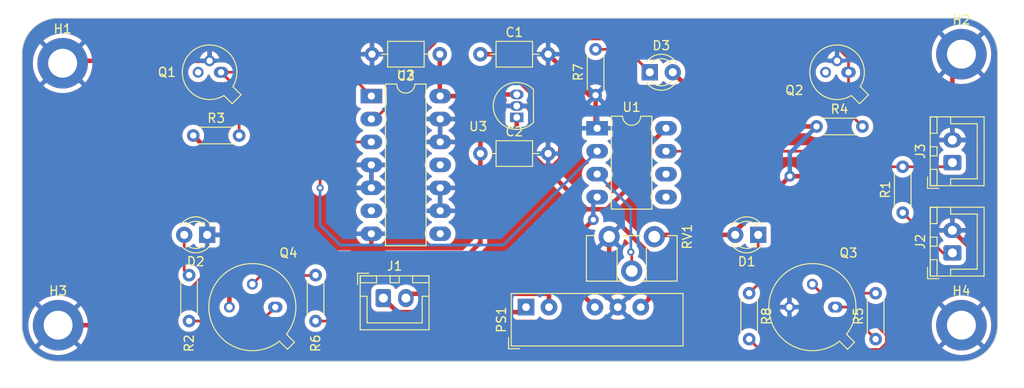
<source format=kicad_pcb>
(kicad_pcb (version 20221018) (generator pcbnew)
  (layers (0 "F.Cu" signal) (31 "B.Cu" signal) (34 "B.Paste" user) (35 "F.Paste" user) (36 "B.SilkS" user "B.Silkscreen") (37 "F.SilkS" user "F.Silkscreen") (38 "B.Mask" user) (39 "F.Mask" user) (44 "Edge.Cuts" user))
  (net 0 "")
  (net 1 "+15V")
  (net 2 "GND")
  (net 3 "+5V")
  (net 4 "Net-(D1-K)")
  (net 5 "Net-(D3-K)")
  (net 6 "+12V")
  (net 7 "GNDPWR")
  (net 8 "+3.3V")
  (net 9 "Alarme_out")
  (net 10 "-15V")
  (net 11 "C_Q1")
  (net 12 "C_Q2")
  (net 13 "Net-(Q3-C)")
  (net 14 "Net-(Q3-B)")
  (net 15 "Net-(Q4-B)")
  (net 16 "74LS32")
  (net 17 "Net-(U1--)")
  (net 18 "74LS32_Out")
  (net 24 "Net-(D2-A)")
  (net 25 "Net-(Q4-C)")
  (footprint "Potentiometer_THT:Potentiometer_ACP_CA9-H3,8_Horizontal" (layer "F.Cu") (at 151.5 98.2 -90)
    (fp_text reference "RV1" (at 0 -3.65 90) (layer "F.SilkS"))
    (fp_text value "100K")
    (fp_line (start -0.121 -2.521) (end -0.121 -1.426) (stroke (width 0.12)) (layer "F.SilkS"))
    (fp_line (start -0.121 -2.521) (end 4.92 -2.521) (stroke (width 0.12)) (layer "F.SilkS"))
    (fp_line (start -0.121 1.426) (end -0.121 3.575) (stroke (width 0.12)) (layer "F.SilkS"))
    (fp_line (start -0.121 1.426) (end -0.121 3.575) (stroke (width 0.12)) (layer "F.SilkS"))
    (fp_line (start -0.121 6.425) (end -0.121 7.52) (stroke (width 0.12)) (layer "F.SilkS"))
    (fp_line (start -0.121 7.52) (end 4.92 7.52) (stroke (width 0.12)) (layer "F.SilkS"))
    (fp_line (start 1.237 0.88) (end 4.92 0.88) (stroke (width 0.12)) (layer "F.SilkS"))
    (fp_line (start 1.237 4.12) (end 4.92 4.12) (stroke (width 0.12)) (layer "F.SilkS"))
    (fp_line (start 4.92 -2.521) (end 4.92 1.428) (stroke (width 0.12)) (layer "F.SilkS"))
    (fp_line (start 4.92 0.88) (end 4.92 1.428) (stroke (width 0.12)) (layer "F.SilkS"))
    (fp_line (start 4.92 3.573) (end 4.92 4.12) (stroke (width 0.12)) (layer "F.SilkS"))
    (fp_line (start 4.92 3.573) (end 4.92 7.52) (stroke (width 0.12)) (layer "F.SilkS"))
    (pad "1" thru_hole circle (at 0 0 270) (size 2.34 2.34) (drill 1.3) (layers "*.Cu" "*.Mask") (net 3 "+5V"))
    (pad "2" thru_hole circle (at 3.8 2.5 270) (size 2.34 2.34) (drill 1.3) (layers "*.Cu" "*.Mask") (net 17 "Net-(U1--)"))
    (pad "3" thru_hole circle (at 0 5 270) (size 2.34 2.34) (drill 1.3) (layers "*.Cu" "*.Mask") (net 2 "GND"))
  )
  (footprint "Package_DIP:DIP-8_W7.62mm_LongPads" (layer "F.Cu") (at 145.175 86.2)
    (fp_text reference "U1" (at 3.81 -2.33) (layer "F.SilkS"))
    (fp_text value "LM311")
    (fp_line (start 1.56 -1.33) (end 1.56 8.95) (stroke (width 0.12)) (layer "F.SilkS"))
    (fp_line (start 1.56 8.95) (end 6.06 8.95) (stroke (width 0.12)) (layer "F.SilkS"))
    (fp_line (start 2.81 -1.33) (end 1.56 -1.33) (stroke (width 0.12)) (layer "F.SilkS"))
    (fp_line (start 6.06 -1.33) (end 4.81 -1.33) (stroke (width 0.12)) (layer "F.SilkS"))
    (fp_line (start 6.06 8.95) (end 6.06 -1.33) (stroke (width 0.12)) (layer "F.SilkS"))
    (fp_arc (start 4.81 -1.33) (mid 3.81 -0.33) (end 2.81 -1.33) (stroke (width 0.12)) (layer "F.SilkS"))
    (pad "1" thru_hole rect (at 0 0) (size 2.4 1.6) (drill 0.8) (layers "*.Cu" "*.Mask") (net 2 "GND"))
    (pad "2" thru_hole oval (at 0 2.54) (size 2.4 1.6) (drill 0.8) (layers "*.Cu" "*.Mask") (net 18 "74LS32_Out"))
    (pad "3" thru_hole oval (at 0 5.08) (size 2.4 1.6) (drill 0.8) (layers "*.Cu" "*.Mask") (net 17 "Net-(U1--)"))
    (pad "4" thru_hole oval (at 0 7.62) (size 2.4 1.6) (drill 0.8) (layers "*.Cu" "*.Mask") (net 10 "-15V"))
    (pad "5" thru_hole oval (at 7.62 7.62) (size 2.4 1.6) (drill 0.8) (layers "*.Cu" "*.Mask"))
    (pad "6" thru_hole oval (at 7.62 5.08) (size 2.4 1.6) (drill 0.8) (layers "*.Cu" "*.Mask"))
    (pad "7" thru_hole oval (at 7.62 2.54) (size 2.4 1.6) (drill 0.8) (layers "*.Cu" "*.Mask") (net 9 "Alarme_out"))
    (pad "8" thru_hole oval (at 7.62 0) (size 2.4 1.6) (drill 0.8) (layers "*.Cu" "*.Mask") (net 1 "+15V"))
  )
  (footprint "Package_TO_SOT_THT:TO-18-3_Lens" (layer "F.Cu") (at 103.54 80 180)
    (fp_text reference "Q1" (at 6 0) (layer "F.SilkS"))
    (fp_text value "Q_Photo_NPN")
    (fp_line (start -2.214448 -2.494499) (end -1.302281 -1.582331) (stroke (width 0.12)) (layer "F.SilkS"))
    (fp_line (start -1.224499 -3.484448) (end -2.214448 -2.494499) (stroke (width 0.12)) (layer "F.SilkS"))
    (fp_line (start -0.312331 -2.572281) (end -1.224499 -3.484448) (stroke (width 0.12)) (layer "F.SilkS"))
    (fp_arc (start -0.312331 -2.572281) (mid 3.405374 2.135551) (end -1.30215 -1.582544) (stroke (width 0.12)) (layer "F.SilkS"))
    (pad "1" thru_hole oval (at 0 0 180) (size 1.6 1.2) (drill 0.7) (layers "*.Cu" "*.Mask") (net 11 "C_Q1"))
    (pad "2" thru_hole oval (at 1.27 1.27 180) (size 1.2 1.2) (drill 0.7) (layers "*.Cu" "*.Mask") (net 2 "GND"))
    (pad "3" thru_hole oval (at 2.54 0 180) (size 1.2 1.2) (drill 0.7) (layers "*.Cu" "*.Mask"))
  )
  (footprint "Connector_JST:JST_XH_B2B-XH-A_1x02_P2.50mm_Vertical" (layer "F.Cu") (at 184.5 90 90)
    (fp_text reference "J3" (at 1.25 -3.55 90) (layer "F.SilkS"))
    (fp_text value "Conn_01x02")
    (fp_line (start -2.85 -2.75) (end -2.85 -1.5) (stroke (width 0.12)) (layer "F.SilkS"))
    (fp_line (start -2.56 -2.46) (end -2.56 3.51) (stroke (width 0.12)) (layer "F.SilkS"))
    (fp_line (start -2.56 3.51) (end 5.06 3.51) (stroke (width 0.12)) (layer "F.SilkS"))
    (fp_line (start -2.55 -2.45) (end -2.55 -1.7) (stroke (width 0.12)) (layer "F.SilkS"))
    (fp_line (start -2.55 -1.7) (end -0.75 -1.7) (stroke (width 0.12)) (layer "F.SilkS"))
    (fp_line (start -2.55 -0.2) (end -1.8 -0.2) (stroke (width 0.12)) (layer "F.SilkS"))
    (fp_line (start -1.8 -0.2) (end -1.8 2.75) (stroke (width 0.12)) (layer "F.SilkS"))
    (fp_line (start -1.8 2.75) (end 1.25 2.75) (stroke (width 0.12)) (layer "F.SilkS"))
    (fp_line (start -1.6 -2.75) (end -2.85 -2.75) (stroke (width 0.12)) (layer "F.SilkS"))
    (fp_line (start -0.75 -2.45) (end -2.55 -2.45) (stroke (width 0.12)) (layer "F.SilkS"))
    (fp_line (start -0.75 -1.7) (end -0.75 -2.45) (stroke (width 0.12)) (layer "F.SilkS"))
    (fp_line (start 0.75 -2.45) (end 0.75 -1.7) (stroke (width 0.12)) (layer "F.SilkS"))
    (fp_line (start 0.75 -1.7) (end 1.75 -1.7) (stroke (width 0.12)) (layer "F.SilkS"))
    (fp_line (start 1.75 -2.45) (end 0.75 -2.45) (stroke (width 0.12)) (layer "F.SilkS"))
    (fp_line (start 1.75 -1.7) (end 1.75 -2.45) (stroke (width 0.12)) (layer "F.SilkS"))
    (fp_line (start 3.25 -2.45) (end 3.25 -1.7) (stroke (width 0.12)) (layer "F.SilkS"))
    (fp_line (start 3.25 -1.7) (end 5.05 -1.7) (stroke (width 0.12)) (layer "F.SilkS"))
    (fp_line (start 4.3 -0.2) (end 4.3 2.75) (stroke (width 0.12)) (layer "F.SilkS"))
    (fp_line (start 4.3 2.75) (end 1.25 2.75) (stroke (width 0.12)) (layer "F.SilkS"))
    (fp_line (start 5.05 -2.45) (end 3.25 -2.45) (stroke (width 0.12)) (layer "F.SilkS"))
    (fp_line (start 5.05 -1.7) (end 5.05 -2.45) (stroke (width 0.12)) (layer "F.SilkS"))
    (fp_line (start 5.05 -0.2) (end 4.3 -0.2) (stroke (width 0.12)) (layer "F.SilkS"))
    (fp_line (start 5.06 -2.46) (end -2.56 -2.46) (stroke (width 0.12)) (layer "F.SilkS"))
    (fp_line (start 5.06 3.51) (end 5.06 -2.46) (stroke (width 0.12)) (layer "F.SilkS"))
    (pad "1" thru_hole roundrect (at 0 0 90) (size 1.7 2) (drill 1) (layers "*.Cu" "*.Mask") (roundrect_rratio 0.147059) (net 9 "Alarme_out"))
    (pad "2" thru_hole oval (at 2.5 0 90) (size 1.7 2) (drill 1) (layers "*.Cu" "*.Mask") (net 2 "GND"))
  )
  (footprint "Resistor_THT:R_Axial_DIN0204_L3.6mm_D1.6mm_P5.08mm_Horizontal" (layer "F.Cu") (at 100.46 87)
    (fp_text reference "R3" (at 2.54 -1.92) (layer "F.SilkS"))
    (fp_text value "1k")
    (fp_line (start 0.62 -0.92) (end 4.46 -0.92) (stroke (width 0.12)) (layer "F.SilkS"))
    (fp_line (start 0.62 0.92) (end 4.46 0.92) (stroke (width 0.12)) (layer "F.SilkS"))
    (pad "1" thru_hole circle (at 0 0) (size 1.4 1.4) (drill 0.7) (layers "*.Cu" "*.Mask") (net 3 "+5V"))
    (pad "2" thru_hole oval (at 5.08 0) (size 1.4 1.4) (drill 0.7) (layers "*.Cu" "*.Mask") (net 11 "C_Q1"))
  )
  (footprint "Resistor_THT:R_Axial_DIN0204_L3.6mm_D1.6mm_P5.08mm_Horizontal" (layer "F.Cu") (at 162 104.46 -90)
    (fp_text reference "R8" (at 2.54 -1.92 90) (layer "F.SilkS"))
    (fp_text value "220")
    (fp_line (start 0.62 -0.92) (end 4.46 -0.92) (stroke (width 0.12)) (layer "F.SilkS"))
    (fp_line (start 0.62 0.92) (end 4.46 0.92) (stroke (width 0.12)) (layer "F.SilkS"))
    (pad "1" thru_hole circle (at 0 0 270) (size 1.4 1.4) (drill 0.7) (layers "*.Cu" "*.Mask") (net 4 "Net-(D1-K)"))
    (pad "2" thru_hole oval (at 5.08 0 270) (size 1.4 1.4) (drill 0.7) (layers "*.Cu" "*.Mask") (net 13 "Net-(Q3-C)"))
  )
  (footprint "LED_THT:LED_D3.0mm" (layer "F.Cu") (at 151 80)
    (fp_text reference "D3" (at 1.27 -2.96) (layer "F.SilkS"))
    (fp_text value "RED_LED")
    (fp_line (start -0.29 -1.236) (end -0.29 -1.08) (stroke (width 0.12)) (layer "F.SilkS"))
    (fp_line (start -0.29 1.08) (end -0.29 1.236) (stroke (width 0.12)) (layer "F.SilkS"))
    (fp_arc (start -0.29 -1.235516) (mid 1.366487 -1.987659) (end 2.942335 -1.078608) (stroke (width 0.12)) (layer "F.SilkS"))
    (fp_arc (start 0.229039 -1.08) (mid 1.270117 -1.5) (end 2.31113 -1.079837) (stroke (width 0.12)) (layer "F.SilkS"))
    (fp_arc (start 2.31113 1.079837) (mid 1.270117 1.5) (end 0.229039 1.08) (stroke (width 0.12)) (layer "F.SilkS"))
    (fp_arc (start 2.942335 1.078608) (mid 1.366487 1.987659) (end -0.29 1.235516) (stroke (width 0.12)) (layer "F.SilkS"))
    (pad "1" thru_hole rect (at 0 0) (size 1.8 1.8) (drill 0.9) (layers "*.Cu" "*.Mask") (net 5 "Net-(D3-K)"))
    (pad "2" thru_hole circle (at 2.54 0) (size 1.8 1.8) (drill 0.9) (layers "*.Cu" "*.Mask") (net 3 "+5V"))
  )
  (footprint "LED_THT:LED_D3.0mm" (layer "F.Cu") (at 102 98 180)
    (fp_text reference "D2" (at 1.27 -2.96) (layer "F.SilkS"))
    (fp_text value "GREEN_LED")
    (fp_line (start -0.29 -1.236) (end -0.29 -1.08) (stroke (width 0.12)) (layer "F.SilkS"))
    (fp_line (start -0.29 1.08) (end -0.29 1.236) (stroke (width 0.12)) (layer "F.SilkS"))
    (fp_arc (start -0.29 -1.235516) (mid 1.366487 -1.987659) (end 2.942335 -1.078608) (stroke (width 0.12)) (layer "F.SilkS"))
    (fp_arc (start 0.229039 -1.08) (mid 1.270117 -1.5) (end 2.31113 -1.079837) (stroke (width 0.12)) (layer "F.SilkS"))
    (fp_arc (start 2.31113 1.079837) (mid 1.270117 1.5) (end 0.229039 1.08) (stroke (width 0.12)) (layer "F.SilkS"))
    (fp_arc (start 2.942335 1.078608) (mid 1.366487 1.987659) (end -0.29 1.235516) (stroke (width 0.12)) (layer "F.SilkS"))
    (pad "1" thru_hole rect (at 0 0 180) (size 1.8 1.8) (drill 0.9) (layers "*.Cu" "*.Mask") (net 2 "GND"))
    (pad "2" thru_hole circle (at 2.54 0 180) (size 1.8 1.8) (drill 0.9) (layers "*.Cu" "*.Mask") (net 24 "Net-(D2-A)"))
  )
  (footprint "Package_TO_SOT_THT:TO-18-3_Lens" (layer "F.Cu") (at 173 80 180)
    (fp_text reference "Q2" (at 6 -2) (layer "F.SilkS"))
    (fp_text value "Q_Photo_NPN")
    (fp_line (start -2.214448 -2.494499) (end -1.302281 -1.582331) (stroke (width 0.12)) (layer "F.SilkS"))
    (fp_line (start -1.224499 -3.484448) (end -2.214448 -2.494499) (stroke (width 0.12)) (layer "F.SilkS"))
    (fp_line (start -0.312331 -2.572281) (end -1.224499 -3.484448) (stroke (width 0.12)) (layer "F.SilkS"))
    (fp_arc (start -0.312331 -2.572281) (mid 3.405374 2.135551) (end -1.30215 -1.582544) (stroke (width 0.12)) (layer "F.SilkS"))
    (pad "1" thru_hole oval (at 0 0 180) (size 1.6 1.2) (drill 0.7) (layers "*.Cu" "*.Mask") (net 12 "C_Q2"))
    (pad "2" thru_hole oval (at 1.27 1.27 180) (size 1.2 1.2) (drill 0.7) (layers "*.Cu" "*.Mask") (net 2 "GND"))
    (pad "3" thru_hole oval (at 2.54 0 180) (size 1.2 1.2) (drill 0.7) (layers "*.Cu" "*.Mask"))
  )
  (footprint "Resistor_THT:R_Axial_DIN0204_L3.6mm_D1.6mm_P5.08mm_Horizontal" (layer "F.Cu") (at 169.46 86)
    (fp_text reference "R4" (at 2.54 -1.92) (layer "F.SilkS"))
    (fp_text value "1k")
    (fp_line (start 0.62 -0.92) (end 4.46 -0.92) (stroke (width 0.12)) (layer "F.SilkS"))
    (fp_line (start 0.62 0.92) (end 4.46 0.92) (stroke (width 0.12)) (layer "F.SilkS"))
    (pad "1" thru_hole circle (at 0 0) (size 1.4 1.4) (drill 0.7) (layers "*.Cu" "*.Mask") (net 3 "+5V"))
    (pad "2" thru_hole oval (at 5.08 0) (size 1.4 1.4) (drill 0.7) (layers "*.Cu" "*.Mask") (net 12 "C_Q2"))
  )
  (footprint "Capacitor_THT:C_Axial_L3.8mm_D2.6mm_P7.50mm_Horizontal" (layer "F.Cu") (at 127.75 78 180)
    (fp_text reference "C3" (at 3.75 -2.42) (layer "F.SilkS"))
    (fp_text value "10nF")
    (fp_line (start 1.04 0) (end 1.73 0) (stroke (width 0.12)) (layer "F.SilkS"))
    (fp_line (start 1.73 -1.42) (end 1.73 1.42) (stroke (width 0.12)) (layer "F.SilkS"))
    (fp_line (start 1.73 1.42) (end 5.77 1.42) (stroke (width 0.12)) (layer "F.SilkS"))
    (fp_line (start 5.77 -1.42) (end 1.73 -1.42) (stroke (width 0.12)) (layer "F.SilkS"))
    (fp_line (start 5.77 1.42) (end 5.77 -1.42) (stroke (width 0.12)) (layer "F.SilkS"))
    (fp_line (start 6.46 0) (end 5.77 0) (stroke (width 0.12)) (layer "F.SilkS"))
    (pad "1" thru_hole circle (at 0 0 180) (size 1.6 1.6) (drill 0.8) (layers "*.Cu" "*.Mask") (net 3 "+5V"))
    (pad "2" thru_hole oval (at 7.5 0 180) (size 1.6 1.6) (drill 0.8) (layers "*.Cu" "*.Mask") (net 2 "GND"))
  )
  (footprint "MountingHole:MountingHole_3.2mm_M3_DIN965_Pad" (layer "F.Cu") (at 86 79)
    (fp_text reference "H1" (at 0 -3.8) (layer "F.SilkS"))
    (fp_text value "MountingHole_Pad")
    (pad "1" thru_hole circle (at 0 0) (size 5.6 5.6) (drill 3.2) (layers "*.Cu" "*.Mask") (net 2 "GND"))
  )
  (footprint "Resistor_THT:R_Axial_DIN0204_L3.6mm_D1.6mm_P5.08mm_Horizontal" (layer "F.Cu") (at 100 107.54 90)
    (fp_text reference "R2" (at -2.46 0 90) (layer "F.SilkS"))
    (fp_text value "220")
    (fp_line (start 0.62 -0.92) (end 4.46 -0.92) (stroke (width 0.12)) (layer "F.SilkS"))
    (fp_line (start 0.62 0.92) (end 4.46 0.92) (stroke (width 0.12)) (layer "F.SilkS"))
    (pad "1" thru_hole circle (at 0 0 90) (size 1.4 1.4) (drill 0.7) (layers "*.Cu" "*.Mask") (net 25 "Net-(Q4-C)"))
    (pad "2" thru_hole oval (at 5.08 0 90) (size 1.4 1.4) (drill 0.7) (layers "*.Cu" "*.Mask") (net 24 "Net-(D2-A)"))
  )
  (footprint "Package_DIP:DIP-14_W7.62mm_LongPads" (layer "F.Cu") (at 120.175 82.635)
    (fp_text reference "U2" (at 3.81 -2.33) (layer "F.SilkS"))
    (fp_text value "74LS32" hide)
    (fp_line (start 1.56 -1.33) (end 1.56 16.57) (stroke (width 0.12)) (layer "F.SilkS"))
    (fp_line (start 1.56 16.57) (end 6.06 16.57) (stroke (width 0.12)) (layer "F.SilkS"))
    (fp_line (start 2.81 -1.33) (end 1.56 -1.33) (stroke (width 0.12)) (layer "F.SilkS"))
    (fp_line (start 6.06 -1.33) (end 4.81 -1.33) (stroke (width 0.12)) (layer "F.SilkS"))
    (fp_line (start 6.06 16.57) (end 6.06 -1.33) (stroke (width 0.12)) (layer "F.SilkS"))
    (fp_arc (start 4.81 -1.33) (mid 3.81 -0.33) (end 2.81 -1.33) (stroke (width 0.12)) (layer "F.SilkS"))
    (pad "1" thru_hole rect (at 0 0) (size 2.4 1.6) (drill 0.8) (layers "*.Cu" "*.Mask") (net 11 "C_Q1"))
    (pad "2" thru_hole oval (at 0 2.54) (size 2.4 1.6) (drill 0.8) (layers "*.Cu" "*.Mask") (net 12 "C_Q2"))
    (pad "3" thru_hole oval (at 0 5.08) (size 2.4 1.6) (drill 0.8) (layers "*.Cu" "*.Mask") (net 18 "74LS32_Out"))
    (pad "4" thru_hole oval (at 0 7.62) (size 2.4 1.6) (drill 0.8) (layers "*.Cu" "*.Mask") (net 2 "GND"))
    (pad "5" thru_hole oval (at 0 10.16) (size 2.4 1.6) (drill 0.8) (layers "*.Cu" "*.Mask") (net 2 "GND"))
    (pad "6" thru_hole oval (at 0 12.7) (size 2.4 1.6) (drill 0.8) (layers "*.Cu" "*.Mask"))
    (pad "7" thru_hole oval (at 0 15.24) (size 2.4 1.6) (drill 0.8) (layers "*.Cu" "*.Mask") (net 2 "GND"))
    (pad "8" thru_hole oval (at 7.62 15.24) (size 2.4 1.6) (drill 0.8) (layers "*.Cu" "*.Mask"))
    (pad "9" thru_hole oval (at 7.62 12.7) (size 2.4 1.6) (drill 0.8) (layers "*.Cu" "*.Mask") (net 2 "GND"))
    (pad "10" thru_hole oval (at 7.62 10.16) (size 2.4 1.6) (drill 0.8) (layers "*.Cu" "*.Mask") (net 2 "GND"))
    (pad "11" thru_hole oval (at 7.62 7.62) (size 2.4 1.6) (drill 0.8) (layers "*.Cu" "*.Mask"))
    (pad "12" thru_hole oval (at 7.62 5.08) (size 2.4 1.6) (drill 0.8) (layers "*.Cu" "*.Mask") (net 2 "GND"))
    (pad "13" thru_hole oval (at 7.62 2.54) (size 2.4 1.6) (drill 0.8) (layers "*.Cu" "*.Mask") (net 2 "GND"))
    (pad "14" thru_hole oval (at 7.62 0) (size 2.4 1.6) (drill 0.8) (layers "*.Cu" "*.Mask") (net 3 "+5V"))
  )
  (footprint "Capacitor_THT:C_Axial_L3.8mm_D2.6mm_P7.50mm_Horizontal" (layer "F.Cu") (at 132.25 89)
    (fp_text reference "C2" (at 3.75 -2.42) (layer "F.SilkS"))
    (fp_text value "0.1µF")
    (fp_line (start 1.04 0) (end 1.73 0) (stroke (width 0.12)) (layer "F.SilkS"))
    (fp_line (start 1.73 -1.42) (end 1.73 1.42) (stroke (width 0.12)) (layer "F.SilkS"))
    (fp_line (start 1.73 1.42) (end 5.77 1.42) (stroke (width 0.12)) (layer "F.SilkS"))
    (fp_line (start 5.77 -1.42) (end 1.73 -1.42) (stroke (width 0.12)) (layer "F.SilkS"))
    (fp_line (start 5.77 1.42) (end 5.77 -1.42) (stroke (width 0.12)) (layer "F.SilkS"))
    (fp_line (start 6.46 0) (end 5.77 0) (stroke (width 0.12)) (layer "F.SilkS"))
    (pad "1" thru_hole circle (at 0 0) (size 1.6 1.6) (drill 0.8) (layers "*.Cu" "*.Mask") (net 3 "+5V"))
    (pad "2" thru_hole oval (at 7.5 0) (size 1.6 1.6) (drill 0.8) (layers "*.Cu" "*.Mask") (net 2 "GND"))
  )
  (footprint "Connector_JST:JST_XH_B2B-XH-A_1x02_P2.50mm_Vertical" (layer "F.Cu") (at 184.5 100 90)
    (fp_text reference "J2" (at 1.25 -3.55 90) (layer "F.SilkS"))
    (fp_text value "Conn_01x02")
    (fp_line (start -2.85 -2.75) (end -2.85 -1.5) (stroke (width 0.12)) (layer "F.SilkS"))
    (fp_line (start -2.56 -2.46) (end -2.56 3.51) (stroke (width 0.12)) (layer "F.SilkS"))
    (fp_line (start -2.56 3.51) (end 5.06 3.51) (stroke (width 0.12)) (layer "F.SilkS"))
    (fp_line (start -2.55 -2.45) (end -2.55 -1.7) (stroke (width 0.12)) (layer "F.SilkS"))
    (fp_line (start -2.55 -1.7) (end -0.75 -1.7) (stroke (width 0.12)) (layer "F.SilkS"))
    (fp_line (start -2.55 -0.2) (end -1.8 -0.2) (stroke (width 0.12)) (layer "F.SilkS"))
    (fp_line (start -1.8 -0.2) (end -1.8 2.75) (stroke (width 0.12)) (layer "F.SilkS"))
    (fp_line (start -1.8 2.75) (end 1.25 2.75) (stroke (width 0.12)) (layer "F.SilkS"))
    (fp_line (start -1.6 -2.75) (end -2.85 -2.75) (stroke (width 0.12)) (layer "F.SilkS"))
    (fp_line (start -0.75 -2.45) (end -2.55 -2.45) (stroke (width 0.12)) (layer "F.SilkS"))
    (fp_line (start -0.75 -1.7) (end -0.75 -2.45) (stroke (width 0.12)) (layer "F.SilkS"))
    (fp_line (start 0.75 -2.45) (end 0.75 -1.7) (stroke (width 0.12)) (layer "F.SilkS"))
    (fp_line (start 0.75 -1.7) (end 1.75 -1.7) (stroke (width 0.12)) (layer "F.SilkS"))
    (fp_line (start 1.75 -2.45) (end 0.75 -2.45) (stroke (width 0.12)) (layer "F.SilkS"))
    (fp_line (start 1.75 -1.7) (end 1.75 -2.45) (stroke (width 0.12)) (layer "F.SilkS"))
    (fp_line (start 3.25 -2.45) (end 3.25 -1.7) (stroke (width 0.12)) (layer "F.SilkS"))
    (fp_line (start 3.25 -1.7) (end 5.05 -1.7) (stroke (width 0.12)) (layer "F.SilkS"))
    (fp_line (start 4.3 -0.2) (end 4.3 2.75) (stroke (width 0.12)) (layer "F.SilkS"))
    (fp_line (start 4.3 2.75) (end 1.25 2.75) (stroke (width 0.12)) (layer "F.SilkS"))
    (fp_line (start 5.05 -2.45) (end 3.25 -2.45) (stroke (width 0.12)) (layer "F.SilkS"))
    (fp_line (start 5.05 -1.7) (end 5.05 -2.45) (stroke (width 0.12)) (layer "F.SilkS"))
    (fp_line (start 5.05 -0.2) (end 4.3 -0.2) (stroke (width 0.12)) (layer "F.SilkS"))
    (fp_line (start 5.06 -2.46) (end -2.56 -2.46) (stroke (width 0.12)) (layer "F.SilkS"))
    (fp_line (start 5.06 3.51) (end 5.06 -2.46) (stroke (width 0.12)) (layer "F.SilkS"))
    (pad "1" thru_hole roundrect (at 0 0 90) (size 1.7 2) (drill 1) (layers "*.Cu" "*.Mask") (roundrect_rratio 0.147059) (net 8 "+3.3V"))
    (pad "2" thru_hole oval (at 2.5 0 90) (size 1.7 2) (drill 1) (layers "*.Cu" "*.Mask") (net 2 "GND"))
  )
  (footprint "Resistor_THT:R_Axial_DIN0204_L3.6mm_D1.6mm_P5.08mm_Horizontal" (layer "F.Cu") (at 179 95.54 90)
    (fp_text reference "R1" (at 2.54 -1.92 90) (layer "F.SilkS"))
    (fp_text value "660")
    (fp_line (start 0.62 -0.92) (end 4.46 -0.92) (stroke (width 0.12)) (layer "F.SilkS"))
    (fp_line (start 0.62 0.92) (end 4.46 0.92) (stroke (width 0.12)) (layer "F.SilkS"))
    (pad "1" thru_hole circle (at 0 0 90) (size 1.4 1.4) (drill 0.7) (layers "*.Cu" "*.Mask") (net 8 "+3.3V"))
    (pad "2" thru_hole oval (at 5.08 0 90) (size 1.4 1.4) (drill 0.7) (layers "*.Cu" "*.Mask") (net 9 "Alarme_out"))
  )
  (footprint "Package_TO_SOT_THT:TO-39-3" (layer "F.Cu") (at 171.54 106 180)
    (fp_text reference "Q3" (at -1.46 6) (layer "F.SilkS"))
    (fp_text value "2N1711")
    (fp_line (start -2.125856 -3.888039) (end -1.234902 -2.997084) (stroke (width 0.12)) (layer "F.SilkS"))
    (fp_line (start -1.348039 -4.665856) (end -2.125856 -3.888039) (stroke (width 0.12)) (layer "F.SilkS"))
    (fp_line (start -0.457084 -3.774902) (end -1.348039 -4.665856) (stroke (width 0.12)) (layer "F.SilkS"))
    (fp_arc (start -0.457084 -3.774902) (mid 5.948125 3.408384) (end -1.234674 -2.997371) (stroke (width 0.12)) (layer "F.SilkS"))
    (pad "1" thru_hole oval (at 0 0 180) (size 1.6 1.2) (drill 0.7) (layers "*.Cu" "*.Mask") (net 13 "Net-(Q3-C)"))
    (pad "2" thru_hole oval (at 2.54 2.54 180) (size 1.2 1.2) (drill 0.7) (layers "*.Cu" "*.Mask") (net 14 "Net-(Q3-B)"))
    (pad "3" thru_hole oval (at 5.08 0 180) (size 1.2 1.2) (drill 0.7) (layers "*.Cu" "*.Mask") (net 2 "GND"))
  )
  (footprint "Package_TO_SOT_THT:TO-39-3" (layer "F.Cu") (at 109.54 106 180)
    (fp_text reference "Q4" (at -1.46 6) (layer "F.SilkS"))
    (fp_text value "2N2905")
    (fp_line (start -2.125856 -3.888039) (end -1.234902 -2.997084) (stroke (width 0.12)) (layer "F.SilkS"))
    (fp_line (start -1.348039 -4.665856) (end -2.125856 -3.888039) (stroke (width 0.12)) (layer "F.SilkS"))
    (fp_line (start -0.457084 -3.774902) (end -1.348039 -4.665856) (stroke (width 0.12)) (layer "F.SilkS"))
    (fp_arc (start -0.457084 -3.774902) (mid 5.948125 3.408384) (end -1.234674 -2.997371) (stroke (width 0.12)) (layer "F.SilkS"))
    (pad "1" thru_hole oval (at 0 0 180) (size 1.6 1.2) (drill 0.7) (layers "*.Cu" "*.Mask") (net 25 "Net-(Q4-C)"))
    (pad "2" thru_hole oval (at 2.54 2.54 180) (size 1.2 1.2) (drill 0.7) (layers "*.Cu" "*.Mask") (net 15 "Net-(Q4-B)"))
    (pad "3" thru_hole oval (at 5.08 0 180) (size 1.2 1.2) (drill 0.7) (layers "*.Cu" "*.Mask") (net 3 "+5V"))
  )
  (footprint "MountingHole:MountingHole_3.2mm_M3_DIN965_Pad" (layer "F.Cu") (at 185.5 78)
    (fp_text reference "H2" (at 0 -3.8) (layer "F.SilkS"))
    (fp_text value "MountingHole_Pad")
    (pad "1" thru_hole circle (at 0 0) (size 5.6 5.6) (drill 3.2) (layers "*.Cu" "*.Mask") (net 2 "GND"))
  )
  (footprint "Resistor_THT:R_Axial_DIN0204_L3.6mm_D1.6mm_P5.08mm_Horizontal" (layer "F.Cu") (at 114 107.54 90)
    (fp_text reference "R6" (at -2.46 0 90) (layer "F.SilkS"))
    (fp_text value "43k")
    (fp_line (start 0.62 -0.92) (end 4.46 -0.92) (stroke (width 0.12)) (layer "F.SilkS"))
    (fp_line (start 0.62 0.92) (end 4.46 0.92) (stroke (width 0.12)) (layer "F.SilkS"))
    (pad "1" thru_hole circle (at 0 0 90) (size 1.4 1.4) (drill 0.7) (layers "*.Cu" "*.Mask") (net 16 "74LS32"))
    (pad "2" thru_hole oval (at 5.08 0 90) (size 1.4 1.4) (drill 0.7) (layers "*.Cu" "*.Mask") (net 15 "Net-(Q4-B)"))
  )
  (footprint "MountingHole:MountingHole_3.2mm_M3_DIN965_Pad" (layer "F.Cu") (at 85.5 108)
    (fp_text reference "H3" (at 0 -3.8) (layer "F.SilkS"))
    (fp_text value "MountingHole_Pad" hide)
    (pad "1" thru_hole circle (at 0 0) (size 5.6 5.6) (drill 3.2) (layers "*.Cu" "*.Mask") (net 2 "GND"))
  )
  (footprint "Connector_JST:JST_XH_B2B-XH-A_1x02_P2.50mm_Vertical" (layer "F.Cu") (at 121.5 105)
    (fp_text reference "J1" (at 1.25 -3.55) (layer "F.SilkS"))
    (fp_text value "Conn_01x02")
    (fp_line (start -2.85 -2.75) (end -2.85 -1.5) (stroke (width 0.12)) (layer "F.SilkS"))
    (fp_line (start -2.56 -2.46) (end -2.56 3.51) (stroke (width 0.12)) (layer "F.SilkS"))
    (fp_line (start -2.56 3.51) (end 5.06 3.51) (stroke (width 0.12)) (layer "F.SilkS"))
    (fp_line (start -2.55 -2.45) (end -2.55 -1.7) (stroke (width 0.12)) (layer "F.SilkS"))
    (fp_line (start -2.55 -1.7) (end -0.75 -1.7) (stroke (width 0.12)) (layer "F.SilkS"))
    (fp_line (start -2.55 -0.2) (end -1.8 -0.2) (stroke (width 0.12)) (layer "F.SilkS"))
    (fp_line (start -1.8 -0.2) (end -1.8 2.75) (stroke (width 0.12)) (layer "F.SilkS"))
    (fp_line (start -1.8 2.75) (end 1.25 2.75) (stroke (width 0.12)) (layer "F.SilkS"))
    (fp_line (start -1.6 -2.75) (end -2.85 -2.75) (stroke (width 0.12)) (layer "F.SilkS"))
    (fp_line (start -0.75 -2.45) (end -2.55 -2.45) (stroke (width 0.12)) (layer "F.SilkS"))
    (fp_line (start -0.75 -1.7) (end -0.75 -2.45) (stroke (width 0.12)) (layer "F.SilkS"))
    (fp_line (start 0.75 -2.45) (end 0.75 -1.7) (stroke (width 0.12)) (layer "F.SilkS"))
    (fp_line (start 0.75 -1.7) (end 1.75 -1.7) (stroke (width 0.12)) (layer "F.SilkS"))
    (fp_line (start 1.75 -2.45) (end 0.75 -2.45) (stroke (width 0.12)) (layer "F.SilkS"))
    (fp_line (start 1.75 -1.7) (end 1.75 -2.45) (stroke (width 0.12)) (layer "F.SilkS"))
    (fp_line (start 3.25 -2.45) (end 3.25 -1.7) (stroke (width 0.12)) (layer "F.SilkS"))
    (fp_line (start 3.25 -1.7) (end 5.05 -1.7) (stroke (width 0.12)) (layer "F.SilkS"))
    (fp_line (start 4.3 -0.2) (end 4.3 2.75) (stroke (width 0.12)) (layer "F.SilkS"))
    (fp_line (start 4.3 2.75) (end 1.25 2.75) (stroke (width 0.12)) (layer "F.SilkS"))
    (fp_line (start 5.05 -2.45) (end 3.25 -2.45) (stroke (width 0.12)) (layer "F.SilkS"))
    (fp_line (start 5.05 -1.7) (end 5.05 -2.45) (stroke (width 0.12)) (layer "F.SilkS"))
    (fp_line (start 5.05 -0.2) (end 4.3 -0.2) (stroke (width 0.12)) (layer "F.SilkS"))
    (fp_line (start 5.06 -2.46) (end -2.56 -2.46) (stroke (width 0.12)) (layer "F.SilkS"))
    (fp_line (start 5.06 3.51) (end 5.06 -2.46) (stroke (width 0.12)) (layer "F.SilkS"))
    (pad "1" thru_hole roundrect (at 0 0) (size 1.7 2) (drill 1) (layers "*.Cu" "*.Mask") (roundrect_rratio 0.147059) (net 6 "+12V"))
    (pad "2" thru_hole oval (at 2.5 0) (size 1.7 2) (drill 1) (layers "*.Cu" "*.Mask") (net 7 "GNDPWR"))
  )
  (footprint "Resistor_THT:R_Axial_DIN0204_L3.6mm_D1.6mm_P5.08mm_Horizontal" (layer "F.Cu") (at 176 109.54 90)
    (fp_text reference "R5" (at 2.54 -1.92 90) (layer "F.SilkS"))
    (fp_text value "43k")
    (fp_line (start 0.62 -0.92) (end 4.46 -0.92) (stroke (width 0.12)) (layer "F.SilkS"))
    (fp_line (start 0.62 0.92) (end 4.46 0.92) (stroke (width 0.12)) (layer "F.SilkS"))
    (pad "1" thru_hole circle (at 0 0 90) (size 1.4 1.4) (drill 0.7) (layers "*.Cu" "*.Mask") (net 16 "74LS32"))
    (pad "2" thru_hole oval (at 5.08 0 90) (size 1.4 1.4) (drill 0.7) (layers "*.Cu" "*.Mask") (net 14 "Net-(Q3-B)"))
  )
  (footprint "Converter_DCDC:Converter_DCDC_XP_POWER-IAxxxxS_THT" (layer "F.Cu") (at 137.3 106 90)
    (fp_text reference "PS1" (at -1.39 -2.73 90) (layer "F.SilkS"))
    (fp_text value "IA1215S")
    (fp_line (start -4.6 -1.94) (end -4.6 -0.69) (stroke (width 0.12)) (layer "F.SilkS"))
    (fp_line (start -4.3 -1.64) (end -4.3 17.38) (stroke (width 0.12)) (layer "F.SilkS"))
    (fp_line (start -4.3 17.38) (end 1.51 17.38) (stroke (width 0.12)) (layer "F.SilkS"))
    (fp_line (start -3.35 -1.94) (end -4.6 -1.94) (stroke (width 0.12)) (layer "F.SilkS"))
    (fp_line (start 1.51 -1.64) (end -4.3 -1.64) (stroke (width 0.12)) (layer "F.SilkS"))
    (fp_line (start 1.51 17.38) (end 1.51 -1.64) (stroke (width 0.12)) (layer "F.SilkS"))
    (pad "1" thru_hole rect (at 0 0 90) (size 1.85 1.85) (drill 0.85) (layers "*.Cu" "*.Mask") (net 6 "+12V"))
    (pad "2" thru_hole circle (at 0 2.54 90) (size 1.85 1.85) (drill 0.85) (layers "*.Cu" "*.Mask") (net 7 "GNDPWR"))
    (pad "4" thru_hole circle (at 0 7.62 90) (size 1.85 1.85) (drill 0.85) (layers "*.Cu" "*.Mask") (net 10 "-15V"))
    (pad "5" thru_hole circle (at 0 10.16 90) (size 1.85 1.85) (drill 0.85) (layers "*.Cu" "*.Mask") (net 2 "GND"))
    (pad "6" thru_hole circle (at 0 12.7 90) (size 1.85 1.85) (drill 0.85) (layers "*.Cu" "*.Mask") (net 1 "+15V"))
  )
  (footprint "Capacitor_THT:C_Axial_L3.8mm_D2.6mm_P7.50mm_Horizontal" (layer "F.Cu") (at 132.25 78)
    (fp_text reference "C1" (at 3.75 -2.42) (layer "F.SilkS"))
    (fp_text value "0.33µF")
    (fp_line (start 1.04 0) (end 1.73 0) (stroke (width 0.12)) (layer "F.SilkS"))
    (fp_line (start 1.73 -1.42) (end 1.73 1.42) (stroke (width 0.12)) (layer "F.SilkS"))
    (fp_line (start 1.73 1.42) (end 5.77 1.42) (stroke (width 0.12)) (layer "F.SilkS"))
    (fp_line (start 5.77 -1.42) (end 1.73 -1.42) (stroke (width 0.12)) (layer "F.SilkS"))
    (fp_line (start 5.77 1.42) (end 5.77 -1.42) (stroke (width 0.12)) (layer "F.SilkS"))
    (fp_line (start 6.46 0) (end 5.77 0) (stroke (width 0.12)) (layer "F.SilkS"))
    (pad "1" thru_hole circle (at 0 0) (size 1.6 1.6) (drill 0.8) (layers "*.Cu" "*.Mask") (net 1 "+15V"))
    (pad "2" thru_hole oval (at 7.5 0) (size 1.6 1.6) (drill 0.8) (layers "*.Cu" "*.Mask") (net 2 "GND"))
  )
  (footprint "Resistor_THT:R_Axial_DIN0204_L3.6mm_D1.6mm_P5.08mm_Horizontal" (layer "F.Cu") (at 145 82.54 90)
    (fp_text reference "R7" (at 2.54 -1.92 90) (layer "F.SilkS"))
    (fp_text value "R")
    (fp_line (start 0.62 -0.92) (end 4.46 -0.92) (stroke (width 0.12)) (layer "F.SilkS"))
    (fp_line (start 0.62 0.92) (end 4.46 0.92) (stroke (width 0.12)) (layer "F.SilkS"))
    (pad "1" thru_hole circle (at 0 0 90) (size 1.4 1.4) (drill 0.7) (layers "*.Cu" "*.Mask") (net 2 "GND"))
    (pad "2" thru_hole oval (at 5.08 0 90) (size 1.4 1.4) (drill 0.7) (layers "*.Cu" "*.Mask") (net 5 "Net-(D3-K)"))
  )
  (footprint "MountingHole:MountingHole_3.2mm_M3_DIN965_Pad" (layer "F.Cu") (at 185.5 108)
    (fp_text reference "H4" (at 0 -3.8) (layer "F.SilkS"))
    (fp_text value "MountingHole_Pad")
    (pad "1" thru_hole circle (at 0 0) (size 5.6 5.6) (drill 3.2) (layers "*.Cu" "*.Mask") (net 2 "GND"))
  )
  (footprint "Package_TO_SOT_THT:TO-92_Inline" (layer "F.Cu") (at 136.27 85 90)
    (fp_text reference "U3" (at -1 -4.27) (layer "F.SilkS"))
    (fp_text value "L7805")
    (fp_line (start -0.53 1.85) (end 3.07 1.85) (stroke (width 0.12)) (layer "F.SilkS"))
    (fp_arc (start -0.568478 1.838478) (mid -1.132087 -0.994977) (end 1.27 -2.6) (stroke (width 0.12)) (layer "F.SilkS"))
    (fp_arc (start 1.27 -2.6) (mid 3.672087 -0.994977) (end 3.108478 1.838478) (stroke (width 0.12)) (layer "F.SilkS"))
    (pad "1" thru_hole rect (at 0 0 90) (size 1.05 1.5) (drill 0.75) (layers "*.Cu" "*.Mask") (net 1 "+15V"))
    (pad "2" thru_hole oval (at 1.27 0 90) (size 1.05 1.5) (drill 0.75) (layers "*.Cu" "*.Mask") (net 2 "GND"))
    (pad "3" thru_hole oval (at 2.54 0 90) (size 1.05 1.5) (drill 0.75) (layers "*.Cu" "*.Mask") (net 3 "+5V"))
  )
  (footprint "LED_THT:LED_D3.0mm" (layer "F.Cu") (at 163 98 180)
    (fp_text reference "D1" (at 1.27 -2.96) (layer "F.SilkS"))
    (fp_text value "RED_LED")
    (fp_line (start -0.29 -1.236) (end -0.29 -1.08) (stroke (width 0.12)) (layer "F.SilkS"))
    (fp_line (start -0.29 1.08) (end -0.29 1.236) (stroke (width 0.12)) (layer "F.SilkS"))
    (fp_arc (start -0.29 -1.235516) (mid 1.366487 -1.987659) (end 2.942335 -1.078608) (stroke (width 0.12)) (layer "F.SilkS"))
    (fp_arc (start 0.229039 -1.08) (mid 1.270117 -1.5) (end 2.31113 -1.079837) (stroke (width 0.12)) (layer "F.SilkS"))
    (fp_arc (start 2.31113 1.079837) (mid 1.270117 1.5) (end 0.229039 1.08) (stroke (width 0.12)) (layer "F.SilkS"))
    (fp_arc (start 2.942335 1.078608) (mid 1.366487 1.987659) (end -0.29 1.235516) (stroke (width 0.12)) (layer "F.SilkS"))
    (pad "1" thru_hole rect (at 0 0 180) (size 1.8 1.8) (drill 0.9) (layers "*.Cu" "*.Mask") (net 4 "Net-(D1-K)"))
    (pad "2" thru_hole circle (at 2.54 0 180) (size 1.8 1.8) (drill 0.9) (layers "*.Cu" "*.Mask") (net 3 "+5V"))
  )
  (gr_arc (start 81.5 78) (mid 82.671573 75.171573) (end 85.5 74) (stroke (width 0.1)) (layer "Edge.Cuts"))
  (gr_arc (start 189.5 108) (mid 188.328427 110.828427) (end 185.5 112) (stroke (width 0.1)) (layer "Edge.Cuts"))
  (gr_line (start 85.5 74) (end 185.5 74) (stroke (width 0.1)) (layer "Edge.Cuts"))
  (gr_arc (start 85.5 112) (mid 82.671573 110.828427) (end 81.5 108) (stroke (width 0.1)) (layer "Edge.Cuts"))
  (gr_line (start 189.5 78) (end 189.5 108) (stroke (width 0.1)) (layer "Edge.Cuts"))
  (gr_arc (start 185.5 74) (mid 188.328427 75.171573) (end 189.5 78) (stroke (width 0.1)) (layer "Edge.Cuts"))
  (gr_line (start 81.5 78) (end 81.5 108) (stroke (width 0.1)) (layer "Edge.Cuts"))
  (gr_line (start 85.5 112) (end 185.5 112) (stroke (width 0.1)) (layer "Edge.Cuts"))
  (segment (start 133.55528 78) (end 141.1 85.54472) (width 0.5) (layer "F.Cu") (net 1))
  (segment (start 141.1 89.6) (end 140.35 90.35) (width 0.5) (layer "F.Cu") (net 1))
  (segment (start 132.25 78) (end 133.55528 78) (width 0.5) (layer "F.Cu") (net 1))
  (segment (start 146.23 95.362448) (end 146.23 95.17) (width 0.5) (layer "F.Cu") (net 1))
  (segment (start 141.1 85.54472) (end 141.1 89.6) (width 0.5) (layer "F.Cu") (net 1))
  (segment (start 151.045 87.95) (end 152.795 86.2) (width 0.5) (layer "F.Cu") (net 1))
  (segment (start 140.35 90.35) (end 139.190812 90.35) (width 0.5) (layer "F.Cu") (net 1))
  (segment (start 144.010811 95.17) (end 146.23 95.17) (width 0.5) (layer "F.Cu") (net 1))
  (segment (start 136.27 85) (end 136.27 87.429189) (width 0.5) (layer "F.Cu") (net 1))
  (segment (start 139.190812 90.35) (end 136.27 87.429188) (width 0.5) (layer "F.Cu") (net 1))
  (segment (start 136.27 87.429188) (end 136.27 85) (width 0.5) (layer "F.Cu") (net 1))
  (segment (start 150.925 100.057448) (end 146.23 95.362448) (width 0.5) (layer "F.Cu") (net 1))
  (segment (start 150.925 105.075) (end 150.925 100.057448) (width 0.5) (layer "F.Cu") (net 1))
  (segment (start 150 106) (end 150.925 105.075) (width 0.5) (layer "F.Cu") (net 1))
  (segment (start 151.045 90.355) (end 151.045 87.95) (width 0.5) (layer "F.Cu") (net 1))
  (segment (start 146.23 95.17) (end 151.045 90.355) (width 0.5) (layer "F.Cu") (net 1))
  (segment (start 136.27 87.429189) (end 144.010811 95.17) (width 0.5) (layer "F.Cu") (net 1))
  (segment (start 145 82.54) (end 145 86.025) (width 0.5) (layer "F.Cu") (net 2))
  (segment (start 137.375 83.73) (end 136.27 83.73) (width 0.5) (layer "F.Cu") (net 2))
  (segment (start 96.227767 108) (end 85.5 108) (width 0.5) (layer "F.Cu") (net 2))
  (segment (start 139.75 86.105) (end 137.375 83.73) (width 0.5) (layer "F.Cu") (net 2))
  (segment (start 145 86.025) (end 145.175 86.2) (width 0.5) (layer "F.Cu") (net 2))
  (segment (start 188.299999 101.299999) (end 184.5 97.5) (width 0.5) (layer "F.Cu") (net 2))
  (segment (start 127.795 95.335) (end 127.795 92.795) (width 0.5) (layer "F.Cu") (net 2))
  (segment (start 102 98) (end 102 102.227767) (width 0.5) (layer "F.Cu") (net 2))
  (segment (start 146.5 105.04) (end 147.46 106) (width 0.5) (layer "F.Cu") (net 2))
  (segment (start 102.27 78.73) (end 86.27 78.73) (width 0.5) (layer "F.Cu") (net 2))
  (segment (start 139.75 78) (end 144.29 82.54) (width 0.5) (layer "F.Cu") (net 2))
  (segment (start 127.795 87.715) (end 127.795 85.175) (width 0.5) (layer "F.Cu") (net 2))
  (segment (start 120.175 92.795) (end 120.175 90.255) (width 0.5) (layer "F.Cu") (net 2))
  (segment (start 188.299999 105.200001) (end 188.299999 101.299999) (width 0.5) (layer "F.Cu") (net 2))
  (segment (start 185.5 108) (end 188.299999 105.200001) (width 0.5) (layer "F.Cu") (net 2))
  (segment (start 86.27 78.73) (end 86 79) (width 0.5) (layer "F.Cu") (net 2))
  (segment (start 144.29 82.54) (end 145 82.54) (width 0.5) (layer "F.Cu") (net 2))
  (segment (start 184.5 79) (end 185.5 78) (width 0.5) (layer "F.Cu") (net 2))
  (segment (start 184.5 87.5) (end 184.5 79) (width 0.5) (layer "F.Cu") (net 2))
  (segment (start 146.5 98.2) (end 146.5 105.04) (width 0.5) (layer "F.Cu") (net 2))
  (segment (start 139.75 89) (end 139.75 86.105) (width 0.5) (layer "F.Cu") (net 2))
  (segment (start 102 102.227767) (end 96.227767 108) (width 0.5) (layer "F.Cu") (net 2))
  (segment (start 127.795 82.635) (end 130.71 82.635) (width 0.5) (layer "F.Cu") (net 3))
  (segment (start 132.25 89) (end 132.25 84.175) (width 0.5) (layer "F.Cu") (net 3))
  (segment (start 113.69 111.39) (end 178.61 111.39) (width 0.5) (layer "F.Cu") (net 3))
  (segment (start 151.7 98) (end 151.5 98.2) (width 0.5) (layer "F.Cu") (net 3))
  (segment (start 113.3 104.9) (end 112.2 106) (width 0.5) (layer "F.Cu") (net 3))
  (segment (start 162.1 96) (end 160.46 97.64) (width 0.5) (layer "F.Cu") (net 3))
  (segment (start 179.6 110.4) (end 179.6 102.6) (width 0.5) (layer "F.Cu") (net 3))
  (segment (start 104.46 91) (end 100.46 87) (width 0.5) (layer "F.Cu") (net 3))
  (segment (start 160.46 98) (end 160.46 97.5495) (width 0.5) (layer "F.Cu") (net 3))
  (segment (start 130.625 100.475) (end 121.925 100.475) (width 0.5) (layer "F.Cu") (net 3))
  (segment (start 160.46 97.5495) (end 166.5 91.5095) (width 0.5) (layer "F.Cu") (net 3))
  (segment (start 179.6 102.6) (end 168.5095 91.5095) (width 0.5) (layer "F.Cu") (net 3))
  (segment (start 121.925 100.475) (end 117.5 104.9) (width 0.5) (layer "F.Cu") (net 3))
  (segment (start 132.25 84.175) (end 133.965 82.46) (width 0.5) (layer "F.Cu") (net 3))
  (segment (start 178.61 111.39) (end 179.6 110.4) (width 0.5) (layer "F.Cu") (net 3))
  (segment (start 117.675 100.475) (end 113.935 100.475) (width 0.5) (layer "F.Cu") (net 3))
  (segment (start 127.75 82.59) (end 127.795 82.635) (width 0.5) (layer "F.Cu") (net 3))
  (segment (start 160.46 97.64) (end 160.46 98) (width 0.5) (layer "F.Cu") (net 3))
  (segment (start 132.25 89) (end 132.25 98.85) (width 0.5) (layer "F.Cu") (net 3))
  (segment (start 169.46 86) (end 159.54 86) (width 0.5) (layer "F.Cu") (net 3))
  (segment (start 113.935 100.475) (end 100.46 87) (width 0.5) (layer "F.Cu") (net 3))
  (segment (start 159.54 86) (end 153.54 80) (width 0.5) (layer "F.Cu") (net 3))
  (segment (start 104.46 106) (end 104.46 91) (width 0.5) (layer "F.Cu") (net 3))
  (segment (start 119.8 102.6) (end 117.675 100.475) (width 0.5) (layer "F.Cu") (net 3))
  (segment (start 127.75 78) (end 127.75 82.59) (width 0.5) (layer "F.Cu") (net 3))
  (segment (start 133.965 82.46) (end 136.27 82.46) (width 0.5) (layer "F.Cu") (net 3))
  (segment (start 168.5095 91.5095) (end 166.5 91.5095) (width 0.5) (layer "F.Cu") (net 3))
  (segment (start 130.71 82.635) (end 132.25 84.175) (width 0.5) (layer "F.Cu") (net 3))
  (segment (start 112.2 106) (end 112.2 109.9) (width 0.5) (layer "F.Cu") (net 3))
  (segment (start 117.5 104.9) (end 113.3 104.9) (width 0.5) (layer "F.Cu") (net 3))
  (segment (start 132.25 98.85) (end 130.625 100.475) (width 0.5) (layer "F.Cu") (net 3))
  (segment (start 112.2 109.9) (end 113.69 111.39) (width 0.5) (layer "F.Cu") (net 3))
  (segment (start 160.46 98) (end 151.7 98) (width 0.5) (layer "F.Cu") (net 3))
  (via (at 166.5 91.5095) (size 1.2) (drill 0.6) (layers "F.Cu" "B.Cu") (net 3))
  (segment (start 166.5 88.96) (end 169.46 86) (width 0.5) (layer "B.Cu") (net 3))
  (segment (start 166.5 91.5095) (end 166.5 88.96) (width 0.5) (layer "B.Cu") (net 3))
  (segment (start 163 98) (end 163 103.46) (width 0.3) (layer "F.Cu") (net 4))
  (segment (start 163 103.46) (end 162 104.46) (width 0.3) (layer "F.Cu") (net 4))
  (segment (start 148.46 77.46) (end 151 80) (width 0.3) (layer "F.Cu") (net 5))
  (segment (start 145 77.46) (end 148.46 77.46) (width 0.3) (layer "F.Cu") (net 5))
  (segment (start 136.75 106.55) (end 123.05 106.55) (width 0.5) (layer "F.Cu") (net 6))
  (segment (start 123.05 106.55) (end 121.5 105) (width 0.5) (layer "F.Cu") (net 6))
  (segment (start 137.3 106) (end 136.75 106.55) (width 0.5) (layer "F.Cu") (net 6))
  (segment (start 139.84 104.691853) (end 139.673147 104.525) (width 0.5) (layer "F.Cu") (net 7))
  (segment (start 139.84 106) (end 139.84 104.691853) (width 0.5) (layer "F.Cu") (net 7))
  (segment (start 124.475 104.525) (end 124 105) (width 0.5) (layer "F.Cu") (net 7))
  (segment (start 139.673147 104.525) (end 124.475 104.525) (width 0.5) (layer "F.Cu") (net 7))
  (segment (start 184.5 100) (end 183.46 100) (width 0.3) (layer "F.Cu") (net 8))
  (segment (start 183.46 100) (end 179 95.54) (width 0.3) (layer "F.Cu") (net 8))
  (segment (start 172.36 90.46) (end 170.64 88.74) (width 0.3) (layer "F.Cu") (net 9))
  (segment (start 179 90.46) (end 172.36 90.46) (width 0.3) (layer "F.Cu") (net 9))
  (segment (start 170.64 88.74) (end 152.795 88.74) (width 0.3) (layer "F.Cu") (net 9))
  (segment (start 184.5 90) (end 184.04 90.46) (width 0.3) (layer "F.Cu") (net 9))
  (segment (start 184.04 90.46) (end 179 90.46) (width 0.3) (layer "F.Cu") (net 9))
  (segment (start 142.157586 98.907058) (end 144.745144 96.3195) (width 0.5) (layer "F.Cu") (net 10))
  (segment (start 144.92 106) (end 142.157586 103.237586) (width 0.5) (layer "F.Cu") (net 10))
  (segment (start 142.157586 103.237586) (end 142.157586 98.907058) (width 0.5) (layer "F.Cu") (net 10))
  (via (at 144.745144 96.3195) (size 1.2) (drill 0.6) (layers "F.Cu" "B.Cu") (net 10))
  (segment (start 144.745144 94.249856) (end 145.175 93.82) (width 0.5) (layer "B.Cu") (net 10))
  (segment (start 144.745144 96.3195) (end 144.745144 94.249856) (width 0.5) (layer "B.Cu") (net 10))
  (segment (start 103.54 80) (end 117.54 80) (width 0.3) (layer "F.Cu") (net 11))
  (segment (start 105.54 87) (end 105.54 82) (width 0.3) (layer "F.Cu") (net 11))
  (segment (start 117.54 80) (end 120.175 82.635) (width 0.3) (layer "F.Cu") (net 11))
  (segment (start 105.54 82) (end 103.54 80) (width 0.3) (layer "F.Cu") (net 11))
  (segment (start 127.672233 76.31) (end 170.81 76.31) (width 0.3) (layer "F.Cu") (net 12))
  (segment (start 173 84.46) (end 173 80) (width 0.3) (layer "F.Cu") (net 12))
  (segment (start 173 78.5) (end 173 80) (width 0.3) (layer "F.Cu") (net 12))
  (segment (start 120.175 85.175) (end 120.575 85.175) (width 0.3) (layer "F.Cu") (net 12))
  (segment (start 170.81 76.31) (end 173 78.5) (width 0.3) (layer "F.Cu") (net 12))
  (segment (start 120.575 85.175) (end 124.74005 81.00995) (width 0.3) (layer "F.Cu") (net 12))
  (segment (start 124.74005 81.00995) (end 124.74005 79.242183) (width 0.3) (layer "F.Cu") (net 12))
  (segment (start 124.74005 79.242183) (end 127.672233 76.31) (width 0.3) (layer "F.Cu") (net 12))
  (segment (start 174.54 86) (end 173 84.46) (width 0.3) (layer "F.Cu") (net 12))
  (segment (start 163.15 110.69) (end 176.476346 110.69) (width 0.3) (layer "F.Cu") (net 13))
  (segment (start 162 109.54) (end 163.15 110.69) (width 0.3) (layer "F.Cu") (net 13))
  (segment (start 177.2 109.966346) (end 177.2 109.113654) (width 0.3) (layer "F.Cu") (net 13))
  (segment (start 174.086346 106) (end 171.54 106) (width 0.3) (layer "F.Cu") (net 13))
  (segment (start 177.2 109.113654) (end 174.086346 106) (width 0.3) (layer "F.Cu") (net 13))
  (segment (start 176.476346 110.69) (end 177.2 109.966346) (width 0.3) (layer "F.Cu") (net 13))
  (segment (start 176 104.46) (end 170 104.46) (width 0.3) (layer "F.Cu") (net 14))
  (segment (start 170 104.46) (end 169 103.46) (width 0.3) (layer "F.Cu") (net 14))
  (segment (start 113.96 102.5) (end 114 102.46) (width 0.3) (layer "F.Cu") (net 15))
  (segment (start 107.96 102.5) (end 113.96 102.5) (width 0.3) (layer "F.Cu") (net 15))
  (segment (start 107 103.46) (end 107.96 102.5) (width 0.3) (layer "F.Cu") (net 15))
  (segment (start 114 107.54) (end 174 107.54) (width 0.3) (layer "F.Cu") (net 16))
  (segment (start 174 107.54) (end 176 109.54) (width 0.3) (layer "F.Cu") (net 16))
  (segment (start 149 102) (end 149 100) (width 0.3) (layer "F.Cu") (net 17))
  (segment (start 149 100) (end 148.9 99.9) (width 0.3) (layer "F.Cu") (net 17))
  (via (at 148.9 99.9) (size 0.8) (drill 0.4) (layers "F.Cu" "B.Cu") (net 17))
  (segment (start 148.9 95.005) (end 145.175 91.28) (width 0.3) (layer "B.Cu") (net 17))
  (segment (start 148.9 99.9) (end 148.9 95.005) (width 0.3) (layer "B.Cu") (net 17))
  (segment (start 114.5 92.8) (end 114.5 89.2) (width 0.3) (layer "F.Cu") (net 18))
  (segment (start 115.985 87.715) (end 120.175 87.715) (width 0.3) (layer "F.Cu") (net 18))
  (segment (start 114.5 89.2) (end 115.985 87.715) (width 0.3) (layer "F.Cu") (net 18))
  (via (at 114.5 92.8) (size 0.8) (drill 0.4) (layers "F.Cu" "B.Cu") (net 18))
  (segment (start 134.79 99.125) (end 145.175 88.74) (width 0.3) (layer "B.Cu") (net 18))
  (segment (start 114.5 92.8) (end 114.5 96.9) (width 0.3) (layer "B.Cu") (net 18))
  (segment (start 114.5 96.9) (end 116.725 99.125) (width 0.3) (layer "B.Cu") (net 18))
  (segment (start 116.725 99.125) (end 134.79 99.125) (width 0.3) (layer "B.Cu") (net 18))
  (segment (start 99.46 101.92) (end 100 102.46) (width 0.3) (layer "F.Cu") (net 24))
  (segment (start 99.46 98) (end 99.46 101.92) (width 0.3) (layer "F.Cu") (net 24))
  (segment (start 108 107.54) (end 109.54 106) (width 0.3) (layer "F.Cu") (net 25))
  (segment (start 100 107.54) (end 108 107.54) (width 0.3) (layer "F.Cu") (net 25))
  (zone (net 2) (net_name "GND") (layer "F.Cu") (connect_pads (clearance 0.5)) (min_thickness 0.25) (fill yes (thermal_gap 0.5) (thermal_bridge_width 0.5))
    (polygon (pts (xy 81 73) (xy 191 73) (xy 191 114) (xy 81 114)))
  )
  (zone (net 2) (net_name "GND") (layer "B.Cu") (priority 1) (connect_pads (clearance 0.5)) (min_thickness 0.25) (fill yes (thermal_gap 0.5) (thermal_bridge_width 0.5))
    (polygon (pts (xy 80 72) (xy 192 72) (xy 192 115) (xy 80 115)))
  )
)
</source>
